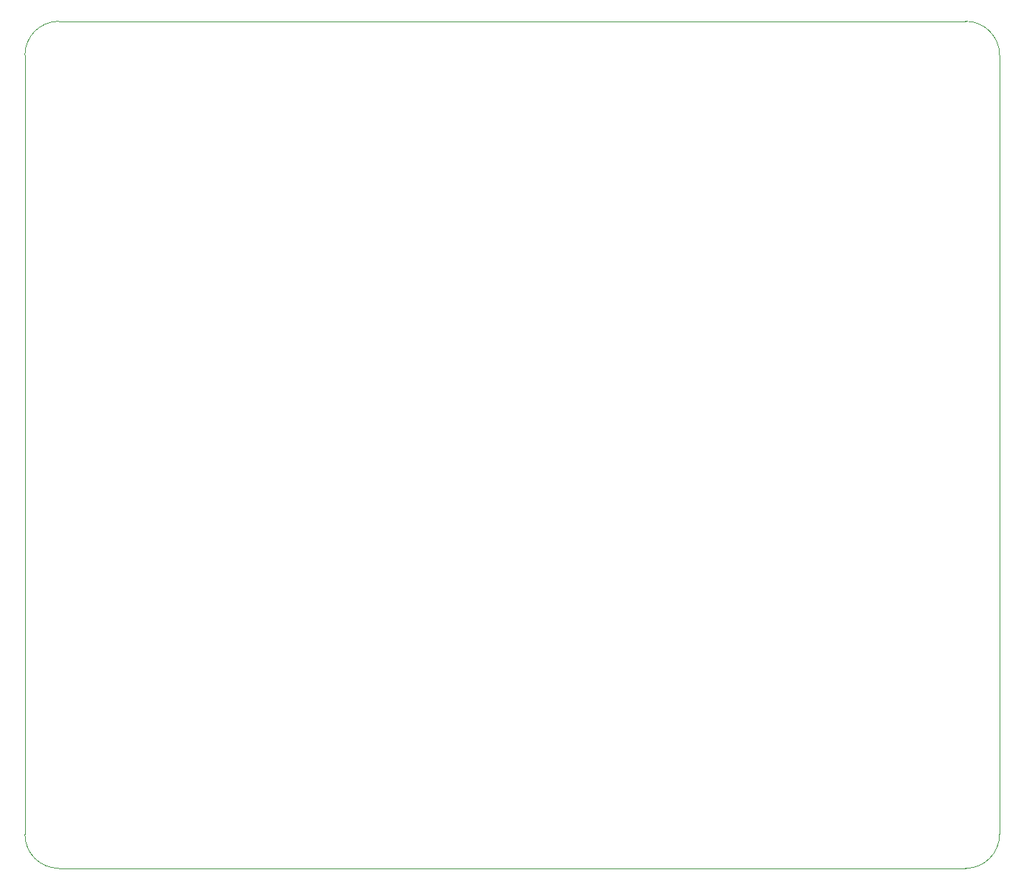
<source format=gbr>
G04 #@! TF.GenerationSoftware,KiCad,Pcbnew,(5.1.2)-2*
G04 #@! TF.CreationDate,2020-02-16T13:42:17-06:00*
G04 #@! TF.ProjectId,RC4,5243342e-6b69-4636-9164-5f7063625858,rev?*
G04 #@! TF.SameCoordinates,Original*
G04 #@! TF.FileFunction,Profile,NP*
%FSLAX46Y46*%
G04 Gerber Fmt 4.6, Leading zero omitted, Abs format (unit mm)*
G04 Created by KiCad (PCBNEW (5.1.2)-2) date 2020-02-16 13:42:17*
%MOMM*%
%LPD*%
G04 APERTURE LIST*
%ADD10C,0.120000*%
%ADD11C,0.050000*%
G04 APERTURE END LIST*
D10*
X161000000Y-150000000D02*
G75*
G03X165000000Y-146000000I0J4000000D01*
G01*
X50000000Y-146000000D02*
G75*
G03X54000000Y-150000000I4000000J0D01*
G01*
X54000000Y-50000000D02*
G75*
G03X50000000Y-54000000I0J-4000000D01*
G01*
X165000000Y-54000000D02*
G75*
G03X161000000Y-50000000I-4000000J0D01*
G01*
D11*
X54000000Y-50000000D02*
X161000000Y-50000000D01*
X50000000Y-54000000D02*
X50000000Y-146000000D01*
X54000000Y-150000000D02*
X161000000Y-150000000D01*
X165000000Y-54000000D02*
X165000000Y-146000000D01*
M02*

</source>
